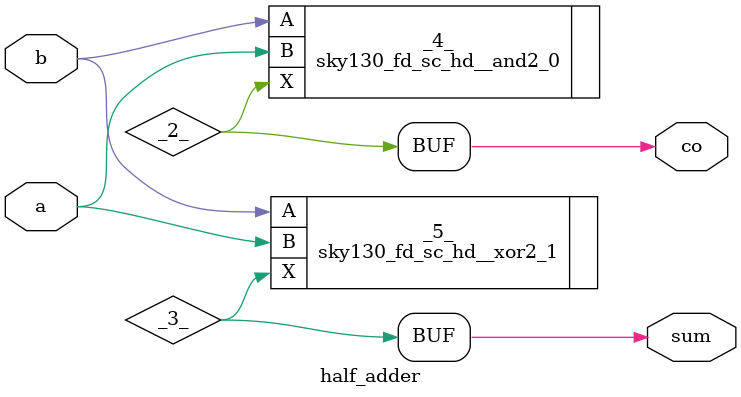
<source format=v>
/* Generated by Yosys 0.9 (git sha1 1979e0b1, i686-w64-mingw32.static-g++ 5.5.0 -Os) */

module half_adder(a, b, sum, co);
  wire _0_;
  wire _1_;
  wire _2_;
  wire _3_;
  input a;
  input b;
  output co;
  output sum;
  sky130_fd_sc_hd__and2_0 _4_ (
    .A(_1_),
    .B(_0_),
    .X(_2_)
  );
  sky130_fd_sc_hd__xor2_1 _5_ (
    .A(_1_),
    .B(_0_),
    .X(_3_)
  );
  assign _1_ = b;
  assign _0_ = a;
  assign sum = _3_;
  assign co = _2_;
endmodule

</source>
